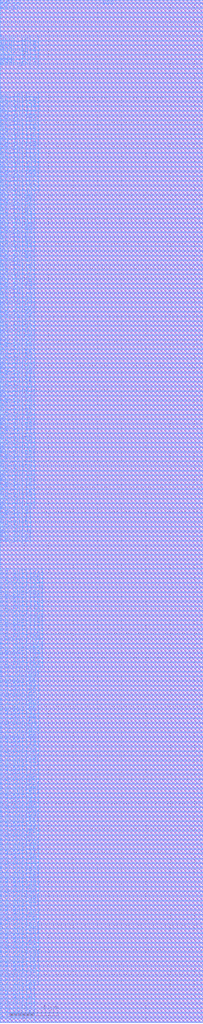
<source format=lef>
# Generated by FakeRAM 2.0
VERSION 5.7 ;
BUSBITCHARS "[]" ;
PROPERTYDEFINITIONS
  MACRO width INTEGER ;
  MACRO depth INTEGER ;
  MACRO banks INTEGER ;
END PROPERTYDEFINITIONS
MACRO fakeram_256x128_bottom
  PROPERTY width 128 ;
  PROPERTY depth 256 ;
  PROPERTY banks 1 ;
  FOREIGN fakeram_256x128_bottom 0 0 ;
  SYMMETRY X Y R90 ;
  SIZE 16.720 BY 84.000 ;
  CLASS BLOCK ;
  PIN rd_out[0]
    DIRECTION OUTPUT ;
    USE SIGNAL ;
    SHAPE ABUTMENT ;
    PORT
      LAYER M4 ;
      RECT 0.000 0.048 0.024 0.072 ;
    END
  END rd_out[0]
  PIN rd_out[1]
    DIRECTION OUTPUT ;
    USE SIGNAL ;
    SHAPE ABUTMENT ;
    PORT
      LAYER M4 ;
      RECT 0.000 0.336 0.024 0.360 ;
    END
  END rd_out[1]
  PIN rd_out[2]
    DIRECTION OUTPUT ;
    USE SIGNAL ;
    SHAPE ABUTMENT ;
    PORT
      LAYER M4 ;
      RECT 0.000 0.624 0.024 0.648 ;
    END
  END rd_out[2]
  PIN rd_out[3]
    DIRECTION OUTPUT ;
    USE SIGNAL ;
    SHAPE ABUTMENT ;
    PORT
      LAYER M4 ;
      RECT 0.000 0.912 0.024 0.936 ;
    END
  END rd_out[3]
  PIN rd_out[4]
    DIRECTION OUTPUT ;
    USE SIGNAL ;
    SHAPE ABUTMENT ;
    PORT
      LAYER M4 ;
      RECT 0.000 1.200 0.024 1.224 ;
    END
  END rd_out[4]
  PIN rd_out[5]
    DIRECTION OUTPUT ;
    USE SIGNAL ;
    SHAPE ABUTMENT ;
    PORT
      LAYER M4 ;
      RECT 0.000 1.488 0.024 1.512 ;
    END
  END rd_out[5]
  PIN rd_out[6]
    DIRECTION OUTPUT ;
    USE SIGNAL ;
    SHAPE ABUTMENT ;
    PORT
      LAYER M4 ;
      RECT 0.000 1.776 0.024 1.800 ;
    END
  END rd_out[6]
  PIN rd_out[7]
    DIRECTION OUTPUT ;
    USE SIGNAL ;
    SHAPE ABUTMENT ;
    PORT
      LAYER M4 ;
      RECT 0.000 2.064 0.024 2.088 ;
    END
  END rd_out[7]
  PIN rd_out[8]
    DIRECTION OUTPUT ;
    USE SIGNAL ;
    SHAPE ABUTMENT ;
    PORT
      LAYER M4 ;
      RECT 0.000 2.352 0.024 2.376 ;
    END
  END rd_out[8]
  PIN rd_out[9]
    DIRECTION OUTPUT ;
    USE SIGNAL ;
    SHAPE ABUTMENT ;
    PORT
      LAYER M4 ;
      RECT 0.000 2.640 0.024 2.664 ;
    END
  END rd_out[9]
  PIN rd_out[10]
    DIRECTION OUTPUT ;
    USE SIGNAL ;
    SHAPE ABUTMENT ;
    PORT
      LAYER M4 ;
      RECT 0.000 2.928 0.024 2.952 ;
    END
  END rd_out[10]
  PIN rd_out[11]
    DIRECTION OUTPUT ;
    USE SIGNAL ;
    SHAPE ABUTMENT ;
    PORT
      LAYER M4 ;
      RECT 0.000 3.216 0.024 3.240 ;
    END
  END rd_out[11]
  PIN rd_out[12]
    DIRECTION OUTPUT ;
    USE SIGNAL ;
    SHAPE ABUTMENT ;
    PORT
      LAYER M4 ;
      RECT 0.000 3.504 0.024 3.528 ;
    END
  END rd_out[12]
  PIN rd_out[13]
    DIRECTION OUTPUT ;
    USE SIGNAL ;
    SHAPE ABUTMENT ;
    PORT
      LAYER M4 ;
      RECT 0.000 3.792 0.024 3.816 ;
    END
  END rd_out[13]
  PIN rd_out[14]
    DIRECTION OUTPUT ;
    USE SIGNAL ;
    SHAPE ABUTMENT ;
    PORT
      LAYER M4 ;
      RECT 0.000 4.080 0.024 4.104 ;
    END
  END rd_out[14]
  PIN rd_out[15]
    DIRECTION OUTPUT ;
    USE SIGNAL ;
    SHAPE ABUTMENT ;
    PORT
      LAYER M4 ;
      RECT 0.000 4.368 0.024 4.392 ;
    END
  END rd_out[15]
  PIN rd_out[16]
    DIRECTION OUTPUT ;
    USE SIGNAL ;
    SHAPE ABUTMENT ;
    PORT
      LAYER M4 ;
      RECT 0.000 4.656 0.024 4.680 ;
    END
  END rd_out[16]
  PIN rd_out[17]
    DIRECTION OUTPUT ;
    USE SIGNAL ;
    SHAPE ABUTMENT ;
    PORT
      LAYER M4 ;
      RECT 0.000 4.944 0.024 4.968 ;
    END
  END rd_out[17]
  PIN rd_out[18]
    DIRECTION OUTPUT ;
    USE SIGNAL ;
    SHAPE ABUTMENT ;
    PORT
      LAYER M4 ;
      RECT 0.000 5.232 0.024 5.256 ;
    END
  END rd_out[18]
  PIN rd_out[19]
    DIRECTION OUTPUT ;
    USE SIGNAL ;
    SHAPE ABUTMENT ;
    PORT
      LAYER M4 ;
      RECT 0.000 5.520 0.024 5.544 ;
    END
  END rd_out[19]
  PIN rd_out[20]
    DIRECTION OUTPUT ;
    USE SIGNAL ;
    SHAPE ABUTMENT ;
    PORT
      LAYER M4 ;
      RECT 0.000 5.808 0.024 5.832 ;
    END
  END rd_out[20]
  PIN rd_out[21]
    DIRECTION OUTPUT ;
    USE SIGNAL ;
    SHAPE ABUTMENT ;
    PORT
      LAYER M4 ;
      RECT 0.000 6.096 0.024 6.120 ;
    END
  END rd_out[21]
  PIN rd_out[22]
    DIRECTION OUTPUT ;
    USE SIGNAL ;
    SHAPE ABUTMENT ;
    PORT
      LAYER M4 ;
      RECT 0.000 6.384 0.024 6.408 ;
    END
  END rd_out[22]
  PIN rd_out[23]
    DIRECTION OUTPUT ;
    USE SIGNAL ;
    SHAPE ABUTMENT ;
    PORT
      LAYER M4 ;
      RECT 0.000 6.672 0.024 6.696 ;
    END
  END rd_out[23]
  PIN rd_out[24]
    DIRECTION OUTPUT ;
    USE SIGNAL ;
    SHAPE ABUTMENT ;
    PORT
      LAYER M4 ;
      RECT 0.000 6.960 0.024 6.984 ;
    END
  END rd_out[24]
  PIN rd_out[25]
    DIRECTION OUTPUT ;
    USE SIGNAL ;
    SHAPE ABUTMENT ;
    PORT
      LAYER M4 ;
      RECT 0.000 7.248 0.024 7.272 ;
    END
  END rd_out[25]
  PIN rd_out[26]
    DIRECTION OUTPUT ;
    USE SIGNAL ;
    SHAPE ABUTMENT ;
    PORT
      LAYER M4 ;
      RECT 0.000 7.536 0.024 7.560 ;
    END
  END rd_out[26]
  PIN rd_out[27]
    DIRECTION OUTPUT ;
    USE SIGNAL ;
    SHAPE ABUTMENT ;
    PORT
      LAYER M4 ;
      RECT 0.000 7.824 0.024 7.848 ;
    END
  END rd_out[27]
  PIN rd_out[28]
    DIRECTION OUTPUT ;
    USE SIGNAL ;
    SHAPE ABUTMENT ;
    PORT
      LAYER M4 ;
      RECT 0.000 8.112 0.024 8.136 ;
    END
  END rd_out[28]
  PIN rd_out[29]
    DIRECTION OUTPUT ;
    USE SIGNAL ;
    SHAPE ABUTMENT ;
    PORT
      LAYER M4 ;
      RECT 0.000 8.400 0.024 8.424 ;
    END
  END rd_out[29]
  PIN rd_out[30]
    DIRECTION OUTPUT ;
    USE SIGNAL ;
    SHAPE ABUTMENT ;
    PORT
      LAYER M4 ;
      RECT 0.000 8.688 0.024 8.712 ;
    END
  END rd_out[30]
  PIN rd_out[31]
    DIRECTION OUTPUT ;
    USE SIGNAL ;
    SHAPE ABUTMENT ;
    PORT
      LAYER M4 ;
      RECT 0.000 8.976 0.024 9.000 ;
    END
  END rd_out[31]
  PIN rd_out[32]
    DIRECTION OUTPUT ;
    USE SIGNAL ;
    SHAPE ABUTMENT ;
    PORT
      LAYER M4 ;
      RECT 0.000 9.264 0.024 9.288 ;
    END
  END rd_out[32]
  PIN rd_out[33]
    DIRECTION OUTPUT ;
    USE SIGNAL ;
    SHAPE ABUTMENT ;
    PORT
      LAYER M4 ;
      RECT 0.000 9.552 0.024 9.576 ;
    END
  END rd_out[33]
  PIN rd_out[34]
    DIRECTION OUTPUT ;
    USE SIGNAL ;
    SHAPE ABUTMENT ;
    PORT
      LAYER M4 ;
      RECT 0.000 9.840 0.024 9.864 ;
    END
  END rd_out[34]
  PIN rd_out[35]
    DIRECTION OUTPUT ;
    USE SIGNAL ;
    SHAPE ABUTMENT ;
    PORT
      LAYER M4 ;
      RECT 0.000 10.128 0.024 10.152 ;
    END
  END rd_out[35]
  PIN rd_out[36]
    DIRECTION OUTPUT ;
    USE SIGNAL ;
    SHAPE ABUTMENT ;
    PORT
      LAYER M4 ;
      RECT 0.000 10.416 0.024 10.440 ;
    END
  END rd_out[36]
  PIN rd_out[37]
    DIRECTION OUTPUT ;
    USE SIGNAL ;
    SHAPE ABUTMENT ;
    PORT
      LAYER M4 ;
      RECT 0.000 10.704 0.024 10.728 ;
    END
  END rd_out[37]
  PIN rd_out[38]
    DIRECTION OUTPUT ;
    USE SIGNAL ;
    SHAPE ABUTMENT ;
    PORT
      LAYER M4 ;
      RECT 0.000 10.992 0.024 11.016 ;
    END
  END rd_out[38]
  PIN rd_out[39]
    DIRECTION OUTPUT ;
    USE SIGNAL ;
    SHAPE ABUTMENT ;
    PORT
      LAYER M4 ;
      RECT 0.000 11.280 0.024 11.304 ;
    END
  END rd_out[39]
  PIN rd_out[40]
    DIRECTION OUTPUT ;
    USE SIGNAL ;
    SHAPE ABUTMENT ;
    PORT
      LAYER M4 ;
      RECT 0.000 11.568 0.024 11.592 ;
    END
  END rd_out[40]
  PIN rd_out[41]
    DIRECTION OUTPUT ;
    USE SIGNAL ;
    SHAPE ABUTMENT ;
    PORT
      LAYER M4 ;
      RECT 0.000 11.856 0.024 11.880 ;
    END
  END rd_out[41]
  PIN rd_out[42]
    DIRECTION OUTPUT ;
    USE SIGNAL ;
    SHAPE ABUTMENT ;
    PORT
      LAYER M4 ;
      RECT 0.000 12.144 0.024 12.168 ;
    END
  END rd_out[42]
  PIN rd_out[43]
    DIRECTION OUTPUT ;
    USE SIGNAL ;
    SHAPE ABUTMENT ;
    PORT
      LAYER M4 ;
      RECT 0.000 12.432 0.024 12.456 ;
    END
  END rd_out[43]
  PIN rd_out[44]
    DIRECTION OUTPUT ;
    USE SIGNAL ;
    SHAPE ABUTMENT ;
    PORT
      LAYER M4 ;
      RECT 0.000 12.720 0.024 12.744 ;
    END
  END rd_out[44]
  PIN rd_out[45]
    DIRECTION OUTPUT ;
    USE SIGNAL ;
    SHAPE ABUTMENT ;
    PORT
      LAYER M4 ;
      RECT 0.000 13.008 0.024 13.032 ;
    END
  END rd_out[45]
  PIN rd_out[46]
    DIRECTION OUTPUT ;
    USE SIGNAL ;
    SHAPE ABUTMENT ;
    PORT
      LAYER M4 ;
      RECT 0.000 13.296 0.024 13.320 ;
    END
  END rd_out[46]
  PIN rd_out[47]
    DIRECTION OUTPUT ;
    USE SIGNAL ;
    SHAPE ABUTMENT ;
    PORT
      LAYER M4 ;
      RECT 0.000 13.584 0.024 13.608 ;
    END
  END rd_out[47]
  PIN rd_out[48]
    DIRECTION OUTPUT ;
    USE SIGNAL ;
    SHAPE ABUTMENT ;
    PORT
      LAYER M4 ;
      RECT 0.000 13.872 0.024 13.896 ;
    END
  END rd_out[48]
  PIN rd_out[49]
    DIRECTION OUTPUT ;
    USE SIGNAL ;
    SHAPE ABUTMENT ;
    PORT
      LAYER M4 ;
      RECT 0.000 14.160 0.024 14.184 ;
    END
  END rd_out[49]
  PIN rd_out[50]
    DIRECTION OUTPUT ;
    USE SIGNAL ;
    SHAPE ABUTMENT ;
    PORT
      LAYER M4 ;
      RECT 0.000 14.448 0.024 14.472 ;
    END
  END rd_out[50]
  PIN rd_out[51]
    DIRECTION OUTPUT ;
    USE SIGNAL ;
    SHAPE ABUTMENT ;
    PORT
      LAYER M4 ;
      RECT 0.000 14.736 0.024 14.760 ;
    END
  END rd_out[51]
  PIN rd_out[52]
    DIRECTION OUTPUT ;
    USE SIGNAL ;
    SHAPE ABUTMENT ;
    PORT
      LAYER M4 ;
      RECT 0.000 15.024 0.024 15.048 ;
    END
  END rd_out[52]
  PIN rd_out[53]
    DIRECTION OUTPUT ;
    USE SIGNAL ;
    SHAPE ABUTMENT ;
    PORT
      LAYER M4 ;
      RECT 0.000 15.312 0.024 15.336 ;
    END
  END rd_out[53]
  PIN rd_out[54]
    DIRECTION OUTPUT ;
    USE SIGNAL ;
    SHAPE ABUTMENT ;
    PORT
      LAYER M4 ;
      RECT 0.000 15.600 0.024 15.624 ;
    END
  END rd_out[54]
  PIN rd_out[55]
    DIRECTION OUTPUT ;
    USE SIGNAL ;
    SHAPE ABUTMENT ;
    PORT
      LAYER M4 ;
      RECT 0.000 15.888 0.024 15.912 ;
    END
  END rd_out[55]
  PIN rd_out[56]
    DIRECTION OUTPUT ;
    USE SIGNAL ;
    SHAPE ABUTMENT ;
    PORT
      LAYER M4 ;
      RECT 0.000 16.176 0.024 16.200 ;
    END
  END rd_out[56]
  PIN rd_out[57]
    DIRECTION OUTPUT ;
    USE SIGNAL ;
    SHAPE ABUTMENT ;
    PORT
      LAYER M4 ;
      RECT 0.000 16.464 0.024 16.488 ;
    END
  END rd_out[57]
  PIN rd_out[58]
    DIRECTION OUTPUT ;
    USE SIGNAL ;
    SHAPE ABUTMENT ;
    PORT
      LAYER M4 ;
      RECT 0.000 16.752 0.024 16.776 ;
    END
  END rd_out[58]
  PIN rd_out[59]
    DIRECTION OUTPUT ;
    USE SIGNAL ;
    SHAPE ABUTMENT ;
    PORT
      LAYER M4 ;
      RECT 0.000 17.040 0.024 17.064 ;
    END
  END rd_out[59]
  PIN rd_out[60]
    DIRECTION OUTPUT ;
    USE SIGNAL ;
    SHAPE ABUTMENT ;
    PORT
      LAYER M4 ;
      RECT 0.000 17.328 0.024 17.352 ;
    END
  END rd_out[60]
  PIN rd_out[61]
    DIRECTION OUTPUT ;
    USE SIGNAL ;
    SHAPE ABUTMENT ;
    PORT
      LAYER M4 ;
      RECT 0.000 17.616 0.024 17.640 ;
    END
  END rd_out[61]
  PIN rd_out[62]
    DIRECTION OUTPUT ;
    USE SIGNAL ;
    SHAPE ABUTMENT ;
    PORT
      LAYER M4 ;
      RECT 0.000 17.904 0.024 17.928 ;
    END
  END rd_out[62]
  PIN rd_out[63]
    DIRECTION OUTPUT ;
    USE SIGNAL ;
    SHAPE ABUTMENT ;
    PORT
      LAYER M4 ;
      RECT 0.000 18.192 0.024 18.216 ;
    END
  END rd_out[63]
  PIN rd_out[64]
    DIRECTION OUTPUT ;
    USE SIGNAL ;
    SHAPE ABUTMENT ;
    PORT
      LAYER M4 ;
      RECT 0.000 18.480 0.024 18.504 ;
    END
  END rd_out[64]
  PIN rd_out[65]
    DIRECTION OUTPUT ;
    USE SIGNAL ;
    SHAPE ABUTMENT ;
    PORT
      LAYER M4 ;
      RECT 0.000 18.768 0.024 18.792 ;
    END
  END rd_out[65]
  PIN rd_out[66]
    DIRECTION OUTPUT ;
    USE SIGNAL ;
    SHAPE ABUTMENT ;
    PORT
      LAYER M4 ;
      RECT 0.000 19.056 0.024 19.080 ;
    END
  END rd_out[66]
  PIN rd_out[67]
    DIRECTION OUTPUT ;
    USE SIGNAL ;
    SHAPE ABUTMENT ;
    PORT
      LAYER M4 ;
      RECT 0.000 19.344 0.024 19.368 ;
    END
  END rd_out[67]
  PIN rd_out[68]
    DIRECTION OUTPUT ;
    USE SIGNAL ;
    SHAPE ABUTMENT ;
    PORT
      LAYER M4 ;
      RECT 0.000 19.632 0.024 19.656 ;
    END
  END rd_out[68]
  PIN rd_out[69]
    DIRECTION OUTPUT ;
    USE SIGNAL ;
    SHAPE ABUTMENT ;
    PORT
      LAYER M4 ;
      RECT 0.000 19.920 0.024 19.944 ;
    END
  END rd_out[69]
  PIN rd_out[70]
    DIRECTION OUTPUT ;
    USE SIGNAL ;
    SHAPE ABUTMENT ;
    PORT
      LAYER M4 ;
      RECT 0.000 20.208 0.024 20.232 ;
    END
  END rd_out[70]
  PIN rd_out[71]
    DIRECTION OUTPUT ;
    USE SIGNAL ;
    SHAPE ABUTMENT ;
    PORT
      LAYER M4 ;
      RECT 0.000 20.496 0.024 20.520 ;
    END
  END rd_out[71]
  PIN rd_out[72]
    DIRECTION OUTPUT ;
    USE SIGNAL ;
    SHAPE ABUTMENT ;
    PORT
      LAYER M4 ;
      RECT 0.000 20.784 0.024 20.808 ;
    END
  END rd_out[72]
  PIN rd_out[73]
    DIRECTION OUTPUT ;
    USE SIGNAL ;
    SHAPE ABUTMENT ;
    PORT
      LAYER M4 ;
      RECT 0.000 21.072 0.024 21.096 ;
    END
  END rd_out[73]
  PIN rd_out[74]
    DIRECTION OUTPUT ;
    USE SIGNAL ;
    SHAPE ABUTMENT ;
    PORT
      LAYER M4 ;
      RECT 0.000 21.360 0.024 21.384 ;
    END
  END rd_out[74]
  PIN rd_out[75]
    DIRECTION OUTPUT ;
    USE SIGNAL ;
    SHAPE ABUTMENT ;
    PORT
      LAYER M4 ;
      RECT 0.000 21.648 0.024 21.672 ;
    END
  END rd_out[75]
  PIN rd_out[76]
    DIRECTION OUTPUT ;
    USE SIGNAL ;
    SHAPE ABUTMENT ;
    PORT
      LAYER M4 ;
      RECT 0.000 21.936 0.024 21.960 ;
    END
  END rd_out[76]
  PIN rd_out[77]
    DIRECTION OUTPUT ;
    USE SIGNAL ;
    SHAPE ABUTMENT ;
    PORT
      LAYER M4 ;
      RECT 0.000 22.224 0.024 22.248 ;
    END
  END rd_out[77]
  PIN rd_out[78]
    DIRECTION OUTPUT ;
    USE SIGNAL ;
    SHAPE ABUTMENT ;
    PORT
      LAYER M4 ;
      RECT 0.000 22.512 0.024 22.536 ;
    END
  END rd_out[78]
  PIN rd_out[79]
    DIRECTION OUTPUT ;
    USE SIGNAL ;
    SHAPE ABUTMENT ;
    PORT
      LAYER M4 ;
      RECT 0.000 22.800 0.024 22.824 ;
    END
  END rd_out[79]
  PIN rd_out[80]
    DIRECTION OUTPUT ;
    USE SIGNAL ;
    SHAPE ABUTMENT ;
    PORT
      LAYER M4 ;
      RECT 0.000 23.088 0.024 23.112 ;
    END
  END rd_out[80]
  PIN rd_out[81]
    DIRECTION OUTPUT ;
    USE SIGNAL ;
    SHAPE ABUTMENT ;
    PORT
      LAYER M4 ;
      RECT 0.000 23.376 0.024 23.400 ;
    END
  END rd_out[81]
  PIN rd_out[82]
    DIRECTION OUTPUT ;
    USE SIGNAL ;
    SHAPE ABUTMENT ;
    PORT
      LAYER M4 ;
      RECT 0.000 23.664 0.024 23.688 ;
    END
  END rd_out[82]
  PIN rd_out[83]
    DIRECTION OUTPUT ;
    USE SIGNAL ;
    SHAPE ABUTMENT ;
    PORT
      LAYER M4 ;
      RECT 0.000 23.952 0.024 23.976 ;
    END
  END rd_out[83]
  PIN rd_out[84]
    DIRECTION OUTPUT ;
    USE SIGNAL ;
    SHAPE ABUTMENT ;
    PORT
      LAYER M4 ;
      RECT 0.000 24.240 0.024 24.264 ;
    END
  END rd_out[84]
  PIN rd_out[85]
    DIRECTION OUTPUT ;
    USE SIGNAL ;
    SHAPE ABUTMENT ;
    PORT
      LAYER M4 ;
      RECT 0.000 24.528 0.024 24.552 ;
    END
  END rd_out[85]
  PIN rd_out[86]
    DIRECTION OUTPUT ;
    USE SIGNAL ;
    SHAPE ABUTMENT ;
    PORT
      LAYER M4 ;
      RECT 0.000 24.816 0.024 24.840 ;
    END
  END rd_out[86]
  PIN rd_out[87]
    DIRECTION OUTPUT ;
    USE SIGNAL ;
    SHAPE ABUTMENT ;
    PORT
      LAYER M4 ;
      RECT 0.000 25.104 0.024 25.128 ;
    END
  END rd_out[87]
  PIN rd_out[88]
    DIRECTION OUTPUT ;
    USE SIGNAL ;
    SHAPE ABUTMENT ;
    PORT
      LAYER M4 ;
      RECT 0.000 25.392 0.024 25.416 ;
    END
  END rd_out[88]
  PIN rd_out[89]
    DIRECTION OUTPUT ;
    USE SIGNAL ;
    SHAPE ABUTMENT ;
    PORT
      LAYER M4 ;
      RECT 0.000 25.680 0.024 25.704 ;
    END
  END rd_out[89]
  PIN rd_out[90]
    DIRECTION OUTPUT ;
    USE SIGNAL ;
    SHAPE ABUTMENT ;
    PORT
      LAYER M4 ;
      RECT 0.000 25.968 0.024 25.992 ;
    END
  END rd_out[90]
  PIN rd_out[91]
    DIRECTION OUTPUT ;
    USE SIGNAL ;
    SHAPE ABUTMENT ;
    PORT
      LAYER M4 ;
      RECT 0.000 26.256 0.024 26.280 ;
    END
  END rd_out[91]
  PIN rd_out[92]
    DIRECTION OUTPUT ;
    USE SIGNAL ;
    SHAPE ABUTMENT ;
    PORT
      LAYER M4 ;
      RECT 0.000 26.544 0.024 26.568 ;
    END
  END rd_out[92]
  PIN rd_out[93]
    DIRECTION OUTPUT ;
    USE SIGNAL ;
    SHAPE ABUTMENT ;
    PORT
      LAYER M4 ;
      RECT 0.000 26.832 0.024 26.856 ;
    END
  END rd_out[93]
  PIN rd_out[94]
    DIRECTION OUTPUT ;
    USE SIGNAL ;
    SHAPE ABUTMENT ;
    PORT
      LAYER M4 ;
      RECT 0.000 27.120 0.024 27.144 ;
    END
  END rd_out[94]
  PIN rd_out[95]
    DIRECTION OUTPUT ;
    USE SIGNAL ;
    SHAPE ABUTMENT ;
    PORT
      LAYER M4 ;
      RECT 0.000 27.408 0.024 27.432 ;
    END
  END rd_out[95]
  PIN rd_out[96]
    DIRECTION OUTPUT ;
    USE SIGNAL ;
    SHAPE ABUTMENT ;
    PORT
      LAYER M4 ;
      RECT 0.000 27.696 0.024 27.720 ;
    END
  END rd_out[96]
  PIN rd_out[97]
    DIRECTION OUTPUT ;
    USE SIGNAL ;
    SHAPE ABUTMENT ;
    PORT
      LAYER M4 ;
      RECT 0.000 27.984 0.024 28.008 ;
    END
  END rd_out[97]
  PIN rd_out[98]
    DIRECTION OUTPUT ;
    USE SIGNAL ;
    SHAPE ABUTMENT ;
    PORT
      LAYER M4 ;
      RECT 0.000 28.272 0.024 28.296 ;
    END
  END rd_out[98]
  PIN rd_out[99]
    DIRECTION OUTPUT ;
    USE SIGNAL ;
    SHAPE ABUTMENT ;
    PORT
      LAYER M4 ;
      RECT 0.000 28.560 0.024 28.584 ;
    END
  END rd_out[99]
  PIN rd_out[100]
    DIRECTION OUTPUT ;
    USE SIGNAL ;
    SHAPE ABUTMENT ;
    PORT
      LAYER M4 ;
      RECT 0.000 28.848 0.024 28.872 ;
    END
  END rd_out[100]
  PIN rd_out[101]
    DIRECTION OUTPUT ;
    USE SIGNAL ;
    SHAPE ABUTMENT ;
    PORT
      LAYER M4 ;
      RECT 0.000 29.136 0.024 29.160 ;
    END
  END rd_out[101]
  PIN rd_out[102]
    DIRECTION OUTPUT ;
    USE SIGNAL ;
    SHAPE ABUTMENT ;
    PORT
      LAYER M4 ;
      RECT 0.000 29.424 0.024 29.448 ;
    END
  END rd_out[102]
  PIN rd_out[103]
    DIRECTION OUTPUT ;
    USE SIGNAL ;
    SHAPE ABUTMENT ;
    PORT
      LAYER M4 ;
      RECT 0.000 29.712 0.024 29.736 ;
    END
  END rd_out[103]
  PIN rd_out[104]
    DIRECTION OUTPUT ;
    USE SIGNAL ;
    SHAPE ABUTMENT ;
    PORT
      LAYER M4 ;
      RECT 0.000 30.000 0.024 30.024 ;
    END
  END rd_out[104]
  PIN rd_out[105]
    DIRECTION OUTPUT ;
    USE SIGNAL ;
    SHAPE ABUTMENT ;
    PORT
      LAYER M4 ;
      RECT 0.000 30.288 0.024 30.312 ;
    END
  END rd_out[105]
  PIN rd_out[106]
    DIRECTION OUTPUT ;
    USE SIGNAL ;
    SHAPE ABUTMENT ;
    PORT
      LAYER M4 ;
      RECT 0.000 30.576 0.024 30.600 ;
    END
  END rd_out[106]
  PIN rd_out[107]
    DIRECTION OUTPUT ;
    USE SIGNAL ;
    SHAPE ABUTMENT ;
    PORT
      LAYER M4 ;
      RECT 0.000 30.864 0.024 30.888 ;
    END
  END rd_out[107]
  PIN rd_out[108]
    DIRECTION OUTPUT ;
    USE SIGNAL ;
    SHAPE ABUTMENT ;
    PORT
      LAYER M4 ;
      RECT 0.000 31.152 0.024 31.176 ;
    END
  END rd_out[108]
  PIN rd_out[109]
    DIRECTION OUTPUT ;
    USE SIGNAL ;
    SHAPE ABUTMENT ;
    PORT
      LAYER M4 ;
      RECT 0.000 31.440 0.024 31.464 ;
    END
  END rd_out[109]
  PIN rd_out[110]
    DIRECTION OUTPUT ;
    USE SIGNAL ;
    SHAPE ABUTMENT ;
    PORT
      LAYER M4 ;
      RECT 0.000 31.728 0.024 31.752 ;
    END
  END rd_out[110]
  PIN rd_out[111]
    DIRECTION OUTPUT ;
    USE SIGNAL ;
    SHAPE ABUTMENT ;
    PORT
      LAYER M4 ;
      RECT 0.000 32.016 0.024 32.040 ;
    END
  END rd_out[111]
  PIN rd_out[112]
    DIRECTION OUTPUT ;
    USE SIGNAL ;
    SHAPE ABUTMENT ;
    PORT
      LAYER M4 ;
      RECT 0.000 32.304 0.024 32.328 ;
    END
  END rd_out[112]
  PIN rd_out[113]
    DIRECTION OUTPUT ;
    USE SIGNAL ;
    SHAPE ABUTMENT ;
    PORT
      LAYER M4 ;
      RECT 0.000 32.592 0.024 32.616 ;
    END
  END rd_out[113]
  PIN rd_out[114]
    DIRECTION OUTPUT ;
    USE SIGNAL ;
    SHAPE ABUTMENT ;
    PORT
      LAYER M4 ;
      RECT 0.000 32.880 0.024 32.904 ;
    END
  END rd_out[114]
  PIN rd_out[115]
    DIRECTION OUTPUT ;
    USE SIGNAL ;
    SHAPE ABUTMENT ;
    PORT
      LAYER M4 ;
      RECT 0.000 33.168 0.024 33.192 ;
    END
  END rd_out[115]
  PIN rd_out[116]
    DIRECTION OUTPUT ;
    USE SIGNAL ;
    SHAPE ABUTMENT ;
    PORT
      LAYER M4 ;
      RECT 0.000 33.456 0.024 33.480 ;
    END
  END rd_out[116]
  PIN rd_out[117]
    DIRECTION OUTPUT ;
    USE SIGNAL ;
    SHAPE ABUTMENT ;
    PORT
      LAYER M4 ;
      RECT 0.000 33.744 0.024 33.768 ;
    END
  END rd_out[117]
  PIN rd_out[118]
    DIRECTION OUTPUT ;
    USE SIGNAL ;
    SHAPE ABUTMENT ;
    PORT
      LAYER M4 ;
      RECT 0.000 34.032 0.024 34.056 ;
    END
  END rd_out[118]
  PIN rd_out[119]
    DIRECTION OUTPUT ;
    USE SIGNAL ;
    SHAPE ABUTMENT ;
    PORT
      LAYER M4 ;
      RECT 0.000 34.320 0.024 34.344 ;
    END
  END rd_out[119]
  PIN rd_out[120]
    DIRECTION OUTPUT ;
    USE SIGNAL ;
    SHAPE ABUTMENT ;
    PORT
      LAYER M4 ;
      RECT 0.000 34.608 0.024 34.632 ;
    END
  END rd_out[120]
  PIN rd_out[121]
    DIRECTION OUTPUT ;
    USE SIGNAL ;
    SHAPE ABUTMENT ;
    PORT
      LAYER M4 ;
      RECT 0.000 34.896 0.024 34.920 ;
    END
  END rd_out[121]
  PIN rd_out[122]
    DIRECTION OUTPUT ;
    USE SIGNAL ;
    SHAPE ABUTMENT ;
    PORT
      LAYER M4 ;
      RECT 0.000 35.184 0.024 35.208 ;
    END
  END rd_out[122]
  PIN rd_out[123]
    DIRECTION OUTPUT ;
    USE SIGNAL ;
    SHAPE ABUTMENT ;
    PORT
      LAYER M4 ;
      RECT 0.000 35.472 0.024 35.496 ;
    END
  END rd_out[123]
  PIN rd_out[124]
    DIRECTION OUTPUT ;
    USE SIGNAL ;
    SHAPE ABUTMENT ;
    PORT
      LAYER M4 ;
      RECT 0.000 35.760 0.024 35.784 ;
    END
  END rd_out[124]
  PIN rd_out[125]
    DIRECTION OUTPUT ;
    USE SIGNAL ;
    SHAPE ABUTMENT ;
    PORT
      LAYER M4 ;
      RECT 0.000 36.048 0.024 36.072 ;
    END
  END rd_out[125]
  PIN rd_out[126]
    DIRECTION OUTPUT ;
    USE SIGNAL ;
    SHAPE ABUTMENT ;
    PORT
      LAYER M4 ;
      RECT 0.000 36.336 0.024 36.360 ;
    END
  END rd_out[126]
  PIN rd_out[127]
    DIRECTION OUTPUT ;
    USE SIGNAL ;
    SHAPE ABUTMENT ;
    PORT
      LAYER M4 ;
      RECT 0.000 36.624 0.024 36.648 ;
    END
  END rd_out[127]
  PIN wd_in[0]
    DIRECTION INPUT ;
    USE SIGNAL ;
    SHAPE ABUTMENT ;
    PORT
      LAYER M4 ;
      RECT 0.000 39.216 0.024 39.240 ;
    END
  END wd_in[0]
  PIN wd_in[1]
    DIRECTION INPUT ;
    USE SIGNAL ;
    SHAPE ABUTMENT ;
    PORT
      LAYER M4 ;
      RECT 0.000 39.504 0.024 39.528 ;
    END
  END wd_in[1]
  PIN wd_in[2]
    DIRECTION INPUT ;
    USE SIGNAL ;
    SHAPE ABUTMENT ;
    PORT
      LAYER M4 ;
      RECT 0.000 39.792 0.024 39.816 ;
    END
  END wd_in[2]
  PIN wd_in[3]
    DIRECTION INPUT ;
    USE SIGNAL ;
    SHAPE ABUTMENT ;
    PORT
      LAYER M4 ;
      RECT 0.000 40.080 0.024 40.104 ;
    END
  END wd_in[3]
  PIN wd_in[4]
    DIRECTION INPUT ;
    USE SIGNAL ;
    SHAPE ABUTMENT ;
    PORT
      LAYER M4 ;
      RECT 0.000 40.368 0.024 40.392 ;
    END
  END wd_in[4]
  PIN wd_in[5]
    DIRECTION INPUT ;
    USE SIGNAL ;
    SHAPE ABUTMENT ;
    PORT
      LAYER M4 ;
      RECT 0.000 40.656 0.024 40.680 ;
    END
  END wd_in[5]
  PIN wd_in[6]
    DIRECTION INPUT ;
    USE SIGNAL ;
    SHAPE ABUTMENT ;
    PORT
      LAYER M4 ;
      RECT 0.000 40.944 0.024 40.968 ;
    END
  END wd_in[6]
  PIN wd_in[7]
    DIRECTION INPUT ;
    USE SIGNAL ;
    SHAPE ABUTMENT ;
    PORT
      LAYER M4 ;
      RECT 0.000 41.232 0.024 41.256 ;
    END
  END wd_in[7]
  PIN wd_in[8]
    DIRECTION INPUT ;
    USE SIGNAL ;
    SHAPE ABUTMENT ;
    PORT
      LAYER M4 ;
      RECT 0.000 41.520 0.024 41.544 ;
    END
  END wd_in[8]
  PIN wd_in[9]
    DIRECTION INPUT ;
    USE SIGNAL ;
    SHAPE ABUTMENT ;
    PORT
      LAYER M4 ;
      RECT 0.000 41.808 0.024 41.832 ;
    END
  END wd_in[9]
  PIN wd_in[10]
    DIRECTION INPUT ;
    USE SIGNAL ;
    SHAPE ABUTMENT ;
    PORT
      LAYER M4 ;
      RECT 0.000 42.096 0.024 42.120 ;
    END
  END wd_in[10]
  PIN wd_in[11]
    DIRECTION INPUT ;
    USE SIGNAL ;
    SHAPE ABUTMENT ;
    PORT
      LAYER M4 ;
      RECT 0.000 42.384 0.024 42.408 ;
    END
  END wd_in[11]
  PIN wd_in[12]
    DIRECTION INPUT ;
    USE SIGNAL ;
    SHAPE ABUTMENT ;
    PORT
      LAYER M4 ;
      RECT 0.000 42.672 0.024 42.696 ;
    END
  END wd_in[12]
  PIN wd_in[13]
    DIRECTION INPUT ;
    USE SIGNAL ;
    SHAPE ABUTMENT ;
    PORT
      LAYER M4 ;
      RECT 0.000 42.960 0.024 42.984 ;
    END
  END wd_in[13]
  PIN wd_in[14]
    DIRECTION INPUT ;
    USE SIGNAL ;
    SHAPE ABUTMENT ;
    PORT
      LAYER M4 ;
      RECT 0.000 43.248 0.024 43.272 ;
    END
  END wd_in[14]
  PIN wd_in[15]
    DIRECTION INPUT ;
    USE SIGNAL ;
    SHAPE ABUTMENT ;
    PORT
      LAYER M4 ;
      RECT 0.000 43.536 0.024 43.560 ;
    END
  END wd_in[15]
  PIN wd_in[16]
    DIRECTION INPUT ;
    USE SIGNAL ;
    SHAPE ABUTMENT ;
    PORT
      LAYER M4 ;
      RECT 0.000 43.824 0.024 43.848 ;
    END
  END wd_in[16]
  PIN wd_in[17]
    DIRECTION INPUT ;
    USE SIGNAL ;
    SHAPE ABUTMENT ;
    PORT
      LAYER M4 ;
      RECT 0.000 44.112 0.024 44.136 ;
    END
  END wd_in[17]
  PIN wd_in[18]
    DIRECTION INPUT ;
    USE SIGNAL ;
    SHAPE ABUTMENT ;
    PORT
      LAYER M4 ;
      RECT 0.000 44.400 0.024 44.424 ;
    END
  END wd_in[18]
  PIN wd_in[19]
    DIRECTION INPUT ;
    USE SIGNAL ;
    SHAPE ABUTMENT ;
    PORT
      LAYER M4 ;
      RECT 0.000 44.688 0.024 44.712 ;
    END
  END wd_in[19]
  PIN wd_in[20]
    DIRECTION INPUT ;
    USE SIGNAL ;
    SHAPE ABUTMENT ;
    PORT
      LAYER M4 ;
      RECT 0.000 44.976 0.024 45.000 ;
    END
  END wd_in[20]
  PIN wd_in[21]
    DIRECTION INPUT ;
    USE SIGNAL ;
    SHAPE ABUTMENT ;
    PORT
      LAYER M4 ;
      RECT 0.000 45.264 0.024 45.288 ;
    END
  END wd_in[21]
  PIN wd_in[22]
    DIRECTION INPUT ;
    USE SIGNAL ;
    SHAPE ABUTMENT ;
    PORT
      LAYER M4 ;
      RECT 0.000 45.552 0.024 45.576 ;
    END
  END wd_in[22]
  PIN wd_in[23]
    DIRECTION INPUT ;
    USE SIGNAL ;
    SHAPE ABUTMENT ;
    PORT
      LAYER M4 ;
      RECT 0.000 45.840 0.024 45.864 ;
    END
  END wd_in[23]
  PIN wd_in[24]
    DIRECTION INPUT ;
    USE SIGNAL ;
    SHAPE ABUTMENT ;
    PORT
      LAYER M4 ;
      RECT 0.000 46.128 0.024 46.152 ;
    END
  END wd_in[24]
  PIN wd_in[25]
    DIRECTION INPUT ;
    USE SIGNAL ;
    SHAPE ABUTMENT ;
    PORT
      LAYER M4 ;
      RECT 0.000 46.416 0.024 46.440 ;
    END
  END wd_in[25]
  PIN wd_in[26]
    DIRECTION INPUT ;
    USE SIGNAL ;
    SHAPE ABUTMENT ;
    PORT
      LAYER M4 ;
      RECT 0.000 46.704 0.024 46.728 ;
    END
  END wd_in[26]
  PIN wd_in[27]
    DIRECTION INPUT ;
    USE SIGNAL ;
    SHAPE ABUTMENT ;
    PORT
      LAYER M4 ;
      RECT 0.000 46.992 0.024 47.016 ;
    END
  END wd_in[27]
  PIN wd_in[28]
    DIRECTION INPUT ;
    USE SIGNAL ;
    SHAPE ABUTMENT ;
    PORT
      LAYER M4 ;
      RECT 0.000 47.280 0.024 47.304 ;
    END
  END wd_in[28]
  PIN wd_in[29]
    DIRECTION INPUT ;
    USE SIGNAL ;
    SHAPE ABUTMENT ;
    PORT
      LAYER M4 ;
      RECT 0.000 47.568 0.024 47.592 ;
    END
  END wd_in[29]
  PIN wd_in[30]
    DIRECTION INPUT ;
    USE SIGNAL ;
    SHAPE ABUTMENT ;
    PORT
      LAYER M4 ;
      RECT 0.000 47.856 0.024 47.880 ;
    END
  END wd_in[30]
  PIN wd_in[31]
    DIRECTION INPUT ;
    USE SIGNAL ;
    SHAPE ABUTMENT ;
    PORT
      LAYER M4 ;
      RECT 0.000 48.144 0.024 48.168 ;
    END
  END wd_in[31]
  PIN wd_in[32]
    DIRECTION INPUT ;
    USE SIGNAL ;
    SHAPE ABUTMENT ;
    PORT
      LAYER M4 ;
      RECT 0.000 48.432 0.024 48.456 ;
    END
  END wd_in[32]
  PIN wd_in[33]
    DIRECTION INPUT ;
    USE SIGNAL ;
    SHAPE ABUTMENT ;
    PORT
      LAYER M4 ;
      RECT 0.000 48.720 0.024 48.744 ;
    END
  END wd_in[33]
  PIN wd_in[34]
    DIRECTION INPUT ;
    USE SIGNAL ;
    SHAPE ABUTMENT ;
    PORT
      LAYER M4 ;
      RECT 0.000 49.008 0.024 49.032 ;
    END
  END wd_in[34]
  PIN wd_in[35]
    DIRECTION INPUT ;
    USE SIGNAL ;
    SHAPE ABUTMENT ;
    PORT
      LAYER M4 ;
      RECT 0.000 49.296 0.024 49.320 ;
    END
  END wd_in[35]
  PIN wd_in[36]
    DIRECTION INPUT ;
    USE SIGNAL ;
    SHAPE ABUTMENT ;
    PORT
      LAYER M4 ;
      RECT 0.000 49.584 0.024 49.608 ;
    END
  END wd_in[36]
  PIN wd_in[37]
    DIRECTION INPUT ;
    USE SIGNAL ;
    SHAPE ABUTMENT ;
    PORT
      LAYER M4 ;
      RECT 0.000 49.872 0.024 49.896 ;
    END
  END wd_in[37]
  PIN wd_in[38]
    DIRECTION INPUT ;
    USE SIGNAL ;
    SHAPE ABUTMENT ;
    PORT
      LAYER M4 ;
      RECT 0.000 50.160 0.024 50.184 ;
    END
  END wd_in[38]
  PIN wd_in[39]
    DIRECTION INPUT ;
    USE SIGNAL ;
    SHAPE ABUTMENT ;
    PORT
      LAYER M4 ;
      RECT 0.000 50.448 0.024 50.472 ;
    END
  END wd_in[39]
  PIN wd_in[40]
    DIRECTION INPUT ;
    USE SIGNAL ;
    SHAPE ABUTMENT ;
    PORT
      LAYER M4 ;
      RECT 0.000 50.736 0.024 50.760 ;
    END
  END wd_in[40]
  PIN wd_in[41]
    DIRECTION INPUT ;
    USE SIGNAL ;
    SHAPE ABUTMENT ;
    PORT
      LAYER M4 ;
      RECT 0.000 51.024 0.024 51.048 ;
    END
  END wd_in[41]
  PIN wd_in[42]
    DIRECTION INPUT ;
    USE SIGNAL ;
    SHAPE ABUTMENT ;
    PORT
      LAYER M4 ;
      RECT 0.000 51.312 0.024 51.336 ;
    END
  END wd_in[42]
  PIN wd_in[43]
    DIRECTION INPUT ;
    USE SIGNAL ;
    SHAPE ABUTMENT ;
    PORT
      LAYER M4 ;
      RECT 0.000 51.600 0.024 51.624 ;
    END
  END wd_in[43]
  PIN wd_in[44]
    DIRECTION INPUT ;
    USE SIGNAL ;
    SHAPE ABUTMENT ;
    PORT
      LAYER M4 ;
      RECT 0.000 51.888 0.024 51.912 ;
    END
  END wd_in[44]
  PIN wd_in[45]
    DIRECTION INPUT ;
    USE SIGNAL ;
    SHAPE ABUTMENT ;
    PORT
      LAYER M4 ;
      RECT 0.000 52.176 0.024 52.200 ;
    END
  END wd_in[45]
  PIN wd_in[46]
    DIRECTION INPUT ;
    USE SIGNAL ;
    SHAPE ABUTMENT ;
    PORT
      LAYER M4 ;
      RECT 0.000 52.464 0.024 52.488 ;
    END
  END wd_in[46]
  PIN wd_in[47]
    DIRECTION INPUT ;
    USE SIGNAL ;
    SHAPE ABUTMENT ;
    PORT
      LAYER M4 ;
      RECT 0.000 52.752 0.024 52.776 ;
    END
  END wd_in[47]
  PIN wd_in[48]
    DIRECTION INPUT ;
    USE SIGNAL ;
    SHAPE ABUTMENT ;
    PORT
      LAYER M4 ;
      RECT 0.000 53.040 0.024 53.064 ;
    END
  END wd_in[48]
  PIN wd_in[49]
    DIRECTION INPUT ;
    USE SIGNAL ;
    SHAPE ABUTMENT ;
    PORT
      LAYER M4 ;
      RECT 0.000 53.328 0.024 53.352 ;
    END
  END wd_in[49]
  PIN wd_in[50]
    DIRECTION INPUT ;
    USE SIGNAL ;
    SHAPE ABUTMENT ;
    PORT
      LAYER M4 ;
      RECT 0.000 53.616 0.024 53.640 ;
    END
  END wd_in[50]
  PIN wd_in[51]
    DIRECTION INPUT ;
    USE SIGNAL ;
    SHAPE ABUTMENT ;
    PORT
      LAYER M4 ;
      RECT 0.000 53.904 0.024 53.928 ;
    END
  END wd_in[51]
  PIN wd_in[52]
    DIRECTION INPUT ;
    USE SIGNAL ;
    SHAPE ABUTMENT ;
    PORT
      LAYER M4 ;
      RECT 0.000 54.192 0.024 54.216 ;
    END
  END wd_in[52]
  PIN wd_in[53]
    DIRECTION INPUT ;
    USE SIGNAL ;
    SHAPE ABUTMENT ;
    PORT
      LAYER M4 ;
      RECT 0.000 54.480 0.024 54.504 ;
    END
  END wd_in[53]
  PIN wd_in[54]
    DIRECTION INPUT ;
    USE SIGNAL ;
    SHAPE ABUTMENT ;
    PORT
      LAYER M4 ;
      RECT 0.000 54.768 0.024 54.792 ;
    END
  END wd_in[54]
  PIN wd_in[55]
    DIRECTION INPUT ;
    USE SIGNAL ;
    SHAPE ABUTMENT ;
    PORT
      LAYER M4 ;
      RECT 0.000 55.056 0.024 55.080 ;
    END
  END wd_in[55]
  PIN wd_in[56]
    DIRECTION INPUT ;
    USE SIGNAL ;
    SHAPE ABUTMENT ;
    PORT
      LAYER M4 ;
      RECT 0.000 55.344 0.024 55.368 ;
    END
  END wd_in[56]
  PIN wd_in[57]
    DIRECTION INPUT ;
    USE SIGNAL ;
    SHAPE ABUTMENT ;
    PORT
      LAYER M4 ;
      RECT 0.000 55.632 0.024 55.656 ;
    END
  END wd_in[57]
  PIN wd_in[58]
    DIRECTION INPUT ;
    USE SIGNAL ;
    SHAPE ABUTMENT ;
    PORT
      LAYER M4 ;
      RECT 0.000 55.920 0.024 55.944 ;
    END
  END wd_in[58]
  PIN wd_in[59]
    DIRECTION INPUT ;
    USE SIGNAL ;
    SHAPE ABUTMENT ;
    PORT
      LAYER M4 ;
      RECT 0.000 56.208 0.024 56.232 ;
    END
  END wd_in[59]
  PIN wd_in[60]
    DIRECTION INPUT ;
    USE SIGNAL ;
    SHAPE ABUTMENT ;
    PORT
      LAYER M4 ;
      RECT 0.000 56.496 0.024 56.520 ;
    END
  END wd_in[60]
  PIN wd_in[61]
    DIRECTION INPUT ;
    USE SIGNAL ;
    SHAPE ABUTMENT ;
    PORT
      LAYER M4 ;
      RECT 0.000 56.784 0.024 56.808 ;
    END
  END wd_in[61]
  PIN wd_in[62]
    DIRECTION INPUT ;
    USE SIGNAL ;
    SHAPE ABUTMENT ;
    PORT
      LAYER M4 ;
      RECT 0.000 57.072 0.024 57.096 ;
    END
  END wd_in[62]
  PIN wd_in[63]
    DIRECTION INPUT ;
    USE SIGNAL ;
    SHAPE ABUTMENT ;
    PORT
      LAYER M4 ;
      RECT 0.000 57.360 0.024 57.384 ;
    END
  END wd_in[63]
  PIN wd_in[64]
    DIRECTION INPUT ;
    USE SIGNAL ;
    SHAPE ABUTMENT ;
    PORT
      LAYER M4 ;
      RECT 0.000 57.648 0.024 57.672 ;
    END
  END wd_in[64]
  PIN wd_in[65]
    DIRECTION INPUT ;
    USE SIGNAL ;
    SHAPE ABUTMENT ;
    PORT
      LAYER M4 ;
      RECT 0.000 57.936 0.024 57.960 ;
    END
  END wd_in[65]
  PIN wd_in[66]
    DIRECTION INPUT ;
    USE SIGNAL ;
    SHAPE ABUTMENT ;
    PORT
      LAYER M4 ;
      RECT 0.000 58.224 0.024 58.248 ;
    END
  END wd_in[66]
  PIN wd_in[67]
    DIRECTION INPUT ;
    USE SIGNAL ;
    SHAPE ABUTMENT ;
    PORT
      LAYER M4 ;
      RECT 0.000 58.512 0.024 58.536 ;
    END
  END wd_in[67]
  PIN wd_in[68]
    DIRECTION INPUT ;
    USE SIGNAL ;
    SHAPE ABUTMENT ;
    PORT
      LAYER M4 ;
      RECT 0.000 58.800 0.024 58.824 ;
    END
  END wd_in[68]
  PIN wd_in[69]
    DIRECTION INPUT ;
    USE SIGNAL ;
    SHAPE ABUTMENT ;
    PORT
      LAYER M4 ;
      RECT 0.000 59.088 0.024 59.112 ;
    END
  END wd_in[69]
  PIN wd_in[70]
    DIRECTION INPUT ;
    USE SIGNAL ;
    SHAPE ABUTMENT ;
    PORT
      LAYER M4 ;
      RECT 0.000 59.376 0.024 59.400 ;
    END
  END wd_in[70]
  PIN wd_in[71]
    DIRECTION INPUT ;
    USE SIGNAL ;
    SHAPE ABUTMENT ;
    PORT
      LAYER M4 ;
      RECT 0.000 59.664 0.024 59.688 ;
    END
  END wd_in[71]
  PIN wd_in[72]
    DIRECTION INPUT ;
    USE SIGNAL ;
    SHAPE ABUTMENT ;
    PORT
      LAYER M4 ;
      RECT 0.000 59.952 0.024 59.976 ;
    END
  END wd_in[72]
  PIN wd_in[73]
    DIRECTION INPUT ;
    USE SIGNAL ;
    SHAPE ABUTMENT ;
    PORT
      LAYER M4 ;
      RECT 0.000 60.240 0.024 60.264 ;
    END
  END wd_in[73]
  PIN wd_in[74]
    DIRECTION INPUT ;
    USE SIGNAL ;
    SHAPE ABUTMENT ;
    PORT
      LAYER M4 ;
      RECT 0.000 60.528 0.024 60.552 ;
    END
  END wd_in[74]
  PIN wd_in[75]
    DIRECTION INPUT ;
    USE SIGNAL ;
    SHAPE ABUTMENT ;
    PORT
      LAYER M4 ;
      RECT 0.000 60.816 0.024 60.840 ;
    END
  END wd_in[75]
  PIN wd_in[76]
    DIRECTION INPUT ;
    USE SIGNAL ;
    SHAPE ABUTMENT ;
    PORT
      LAYER M4 ;
      RECT 0.000 61.104 0.024 61.128 ;
    END
  END wd_in[76]
  PIN wd_in[77]
    DIRECTION INPUT ;
    USE SIGNAL ;
    SHAPE ABUTMENT ;
    PORT
      LAYER M4 ;
      RECT 0.000 61.392 0.024 61.416 ;
    END
  END wd_in[77]
  PIN wd_in[78]
    DIRECTION INPUT ;
    USE SIGNAL ;
    SHAPE ABUTMENT ;
    PORT
      LAYER M4 ;
      RECT 0.000 61.680 0.024 61.704 ;
    END
  END wd_in[78]
  PIN wd_in[79]
    DIRECTION INPUT ;
    USE SIGNAL ;
    SHAPE ABUTMENT ;
    PORT
      LAYER M4 ;
      RECT 0.000 61.968 0.024 61.992 ;
    END
  END wd_in[79]
  PIN wd_in[80]
    DIRECTION INPUT ;
    USE SIGNAL ;
    SHAPE ABUTMENT ;
    PORT
      LAYER M4 ;
      RECT 0.000 62.256 0.024 62.280 ;
    END
  END wd_in[80]
  PIN wd_in[81]
    DIRECTION INPUT ;
    USE SIGNAL ;
    SHAPE ABUTMENT ;
    PORT
      LAYER M4 ;
      RECT 0.000 62.544 0.024 62.568 ;
    END
  END wd_in[81]
  PIN wd_in[82]
    DIRECTION INPUT ;
    USE SIGNAL ;
    SHAPE ABUTMENT ;
    PORT
      LAYER M4 ;
      RECT 0.000 62.832 0.024 62.856 ;
    END
  END wd_in[82]
  PIN wd_in[83]
    DIRECTION INPUT ;
    USE SIGNAL ;
    SHAPE ABUTMENT ;
    PORT
      LAYER M4 ;
      RECT 0.000 63.120 0.024 63.144 ;
    END
  END wd_in[83]
  PIN wd_in[84]
    DIRECTION INPUT ;
    USE SIGNAL ;
    SHAPE ABUTMENT ;
    PORT
      LAYER M4 ;
      RECT 0.000 63.408 0.024 63.432 ;
    END
  END wd_in[84]
  PIN wd_in[85]
    DIRECTION INPUT ;
    USE SIGNAL ;
    SHAPE ABUTMENT ;
    PORT
      LAYER M4 ;
      RECT 0.000 63.696 0.024 63.720 ;
    END
  END wd_in[85]
  PIN wd_in[86]
    DIRECTION INPUT ;
    USE SIGNAL ;
    SHAPE ABUTMENT ;
    PORT
      LAYER M4 ;
      RECT 0.000 63.984 0.024 64.008 ;
    END
  END wd_in[86]
  PIN wd_in[87]
    DIRECTION INPUT ;
    USE SIGNAL ;
    SHAPE ABUTMENT ;
    PORT
      LAYER M4 ;
      RECT 0.000 64.272 0.024 64.296 ;
    END
  END wd_in[87]
  PIN wd_in[88]
    DIRECTION INPUT ;
    USE SIGNAL ;
    SHAPE ABUTMENT ;
    PORT
      LAYER M4 ;
      RECT 0.000 64.560 0.024 64.584 ;
    END
  END wd_in[88]
  PIN wd_in[89]
    DIRECTION INPUT ;
    USE SIGNAL ;
    SHAPE ABUTMENT ;
    PORT
      LAYER M4 ;
      RECT 0.000 64.848 0.024 64.872 ;
    END
  END wd_in[89]
  PIN wd_in[90]
    DIRECTION INPUT ;
    USE SIGNAL ;
    SHAPE ABUTMENT ;
    PORT
      LAYER M4 ;
      RECT 0.000 65.136 0.024 65.160 ;
    END
  END wd_in[90]
  PIN wd_in[91]
    DIRECTION INPUT ;
    USE SIGNAL ;
    SHAPE ABUTMENT ;
    PORT
      LAYER M4 ;
      RECT 0.000 65.424 0.024 65.448 ;
    END
  END wd_in[91]
  PIN wd_in[92]
    DIRECTION INPUT ;
    USE SIGNAL ;
    SHAPE ABUTMENT ;
    PORT
      LAYER M4 ;
      RECT 0.000 65.712 0.024 65.736 ;
    END
  END wd_in[92]
  PIN wd_in[93]
    DIRECTION INPUT ;
    USE SIGNAL ;
    SHAPE ABUTMENT ;
    PORT
      LAYER M4 ;
      RECT 0.000 66.000 0.024 66.024 ;
    END
  END wd_in[93]
  PIN wd_in[94]
    DIRECTION INPUT ;
    USE SIGNAL ;
    SHAPE ABUTMENT ;
    PORT
      LAYER M4 ;
      RECT 0.000 66.288 0.024 66.312 ;
    END
  END wd_in[94]
  PIN wd_in[95]
    DIRECTION INPUT ;
    USE SIGNAL ;
    SHAPE ABUTMENT ;
    PORT
      LAYER M4 ;
      RECT 0.000 66.576 0.024 66.600 ;
    END
  END wd_in[95]
  PIN wd_in[96]
    DIRECTION INPUT ;
    USE SIGNAL ;
    SHAPE ABUTMENT ;
    PORT
      LAYER M4 ;
      RECT 0.000 66.864 0.024 66.888 ;
    END
  END wd_in[96]
  PIN wd_in[97]
    DIRECTION INPUT ;
    USE SIGNAL ;
    SHAPE ABUTMENT ;
    PORT
      LAYER M4 ;
      RECT 0.000 67.152 0.024 67.176 ;
    END
  END wd_in[97]
  PIN wd_in[98]
    DIRECTION INPUT ;
    USE SIGNAL ;
    SHAPE ABUTMENT ;
    PORT
      LAYER M4 ;
      RECT 0.000 67.440 0.024 67.464 ;
    END
  END wd_in[98]
  PIN wd_in[99]
    DIRECTION INPUT ;
    USE SIGNAL ;
    SHAPE ABUTMENT ;
    PORT
      LAYER M4 ;
      RECT 0.000 67.728 0.024 67.752 ;
    END
  END wd_in[99]
  PIN wd_in[100]
    DIRECTION INPUT ;
    USE SIGNAL ;
    SHAPE ABUTMENT ;
    PORT
      LAYER M4 ;
      RECT 0.000 68.016 0.024 68.040 ;
    END
  END wd_in[100]
  PIN wd_in[101]
    DIRECTION INPUT ;
    USE SIGNAL ;
    SHAPE ABUTMENT ;
    PORT
      LAYER M4 ;
      RECT 0.000 68.304 0.024 68.328 ;
    END
  END wd_in[101]
  PIN wd_in[102]
    DIRECTION INPUT ;
    USE SIGNAL ;
    SHAPE ABUTMENT ;
    PORT
      LAYER M4 ;
      RECT 0.000 68.592 0.024 68.616 ;
    END
  END wd_in[102]
  PIN wd_in[103]
    DIRECTION INPUT ;
    USE SIGNAL ;
    SHAPE ABUTMENT ;
    PORT
      LAYER M4 ;
      RECT 0.000 68.880 0.024 68.904 ;
    END
  END wd_in[103]
  PIN wd_in[104]
    DIRECTION INPUT ;
    USE SIGNAL ;
    SHAPE ABUTMENT ;
    PORT
      LAYER M4 ;
      RECT 0.000 69.168 0.024 69.192 ;
    END
  END wd_in[104]
  PIN wd_in[105]
    DIRECTION INPUT ;
    USE SIGNAL ;
    SHAPE ABUTMENT ;
    PORT
      LAYER M4 ;
      RECT 0.000 69.456 0.024 69.480 ;
    END
  END wd_in[105]
  PIN wd_in[106]
    DIRECTION INPUT ;
    USE SIGNAL ;
    SHAPE ABUTMENT ;
    PORT
      LAYER M4 ;
      RECT 0.000 69.744 0.024 69.768 ;
    END
  END wd_in[106]
  PIN wd_in[107]
    DIRECTION INPUT ;
    USE SIGNAL ;
    SHAPE ABUTMENT ;
    PORT
      LAYER M4 ;
      RECT 0.000 70.032 0.024 70.056 ;
    END
  END wd_in[107]
  PIN wd_in[108]
    DIRECTION INPUT ;
    USE SIGNAL ;
    SHAPE ABUTMENT ;
    PORT
      LAYER M4 ;
      RECT 0.000 70.320 0.024 70.344 ;
    END
  END wd_in[108]
  PIN wd_in[109]
    DIRECTION INPUT ;
    USE SIGNAL ;
    SHAPE ABUTMENT ;
    PORT
      LAYER M4 ;
      RECT 0.000 70.608 0.024 70.632 ;
    END
  END wd_in[109]
  PIN wd_in[110]
    DIRECTION INPUT ;
    USE SIGNAL ;
    SHAPE ABUTMENT ;
    PORT
      LAYER M4 ;
      RECT 0.000 70.896 0.024 70.920 ;
    END
  END wd_in[110]
  PIN wd_in[111]
    DIRECTION INPUT ;
    USE SIGNAL ;
    SHAPE ABUTMENT ;
    PORT
      LAYER M4 ;
      RECT 0.000 71.184 0.024 71.208 ;
    END
  END wd_in[111]
  PIN wd_in[112]
    DIRECTION INPUT ;
    USE SIGNAL ;
    SHAPE ABUTMENT ;
    PORT
      LAYER M4 ;
      RECT 0.000 71.472 0.024 71.496 ;
    END
  END wd_in[112]
  PIN wd_in[113]
    DIRECTION INPUT ;
    USE SIGNAL ;
    SHAPE ABUTMENT ;
    PORT
      LAYER M4 ;
      RECT 0.000 71.760 0.024 71.784 ;
    END
  END wd_in[113]
  PIN wd_in[114]
    DIRECTION INPUT ;
    USE SIGNAL ;
    SHAPE ABUTMENT ;
    PORT
      LAYER M4 ;
      RECT 0.000 72.048 0.024 72.072 ;
    END
  END wd_in[114]
  PIN wd_in[115]
    DIRECTION INPUT ;
    USE SIGNAL ;
    SHAPE ABUTMENT ;
    PORT
      LAYER M4 ;
      RECT 0.000 72.336 0.024 72.360 ;
    END
  END wd_in[115]
  PIN wd_in[116]
    DIRECTION INPUT ;
    USE SIGNAL ;
    SHAPE ABUTMENT ;
    PORT
      LAYER M4 ;
      RECT 0.000 72.624 0.024 72.648 ;
    END
  END wd_in[116]
  PIN wd_in[117]
    DIRECTION INPUT ;
    USE SIGNAL ;
    SHAPE ABUTMENT ;
    PORT
      LAYER M4 ;
      RECT 0.000 72.912 0.024 72.936 ;
    END
  END wd_in[117]
  PIN wd_in[118]
    DIRECTION INPUT ;
    USE SIGNAL ;
    SHAPE ABUTMENT ;
    PORT
      LAYER M4 ;
      RECT 0.000 73.200 0.024 73.224 ;
    END
  END wd_in[118]
  PIN wd_in[119]
    DIRECTION INPUT ;
    USE SIGNAL ;
    SHAPE ABUTMENT ;
    PORT
      LAYER M4 ;
      RECT 0.000 73.488 0.024 73.512 ;
    END
  END wd_in[119]
  PIN wd_in[120]
    DIRECTION INPUT ;
    USE SIGNAL ;
    SHAPE ABUTMENT ;
    PORT
      LAYER M4 ;
      RECT 0.000 73.776 0.024 73.800 ;
    END
  END wd_in[120]
  PIN wd_in[121]
    DIRECTION INPUT ;
    USE SIGNAL ;
    SHAPE ABUTMENT ;
    PORT
      LAYER M4 ;
      RECT 0.000 74.064 0.024 74.088 ;
    END
  END wd_in[121]
  PIN wd_in[122]
    DIRECTION INPUT ;
    USE SIGNAL ;
    SHAPE ABUTMENT ;
    PORT
      LAYER M4 ;
      RECT 0.000 74.352 0.024 74.376 ;
    END
  END wd_in[122]
  PIN wd_in[123]
    DIRECTION INPUT ;
    USE SIGNAL ;
    SHAPE ABUTMENT ;
    PORT
      LAYER M4 ;
      RECT 0.000 74.640 0.024 74.664 ;
    END
  END wd_in[123]
  PIN wd_in[124]
    DIRECTION INPUT ;
    USE SIGNAL ;
    SHAPE ABUTMENT ;
    PORT
      LAYER M4 ;
      RECT 0.000 74.928 0.024 74.952 ;
    END
  END wd_in[124]
  PIN wd_in[125]
    DIRECTION INPUT ;
    USE SIGNAL ;
    SHAPE ABUTMENT ;
    PORT
      LAYER M4 ;
      RECT 0.000 75.216 0.024 75.240 ;
    END
  END wd_in[125]
  PIN wd_in[126]
    DIRECTION INPUT ;
    USE SIGNAL ;
    SHAPE ABUTMENT ;
    PORT
      LAYER M4 ;
      RECT 0.000 75.504 0.024 75.528 ;
    END
  END wd_in[126]
  PIN wd_in[127]
    DIRECTION INPUT ;
    USE SIGNAL ;
    SHAPE ABUTMENT ;
    PORT
      LAYER M4 ;
      RECT 0.000 75.792 0.024 75.816 ;
    END
  END wd_in[127]
  PIN addr_in[0]
    DIRECTION INPUT ;
    USE SIGNAL ;
    SHAPE ABUTMENT ;
    PORT
      LAYER M4 ;
      RECT 0.000 78.384 0.024 78.408 ;
    END
  END addr_in[0]
  PIN addr_in[1]
    DIRECTION INPUT ;
    USE SIGNAL ;
    SHAPE ABUTMENT ;
    PORT
      LAYER M4 ;
      RECT 0.000 78.672 0.024 78.696 ;
    END
  END addr_in[1]
  PIN addr_in[2]
    DIRECTION INPUT ;
    USE SIGNAL ;
    SHAPE ABUTMENT ;
    PORT
      LAYER M4 ;
      RECT 0.000 78.960 0.024 78.984 ;
    END
  END addr_in[2]
  PIN addr_in[3]
    DIRECTION INPUT ;
    USE SIGNAL ;
    SHAPE ABUTMENT ;
    PORT
      LAYER M4 ;
      RECT 0.000 79.248 0.024 79.272 ;
    END
  END addr_in[3]
  PIN addr_in[4]
    DIRECTION INPUT ;
    USE SIGNAL ;
    SHAPE ABUTMENT ;
    PORT
      LAYER M4 ;
      RECT 0.000 79.536 0.024 79.560 ;
    END
  END addr_in[4]
  PIN addr_in[5]
    DIRECTION INPUT ;
    USE SIGNAL ;
    SHAPE ABUTMENT ;
    PORT
      LAYER M4 ;
      RECT 0.000 79.824 0.024 79.848 ;
    END
  END addr_in[5]
  PIN addr_in[6]
    DIRECTION INPUT ;
    USE SIGNAL ;
    SHAPE ABUTMENT ;
    PORT
      LAYER M4 ;
      RECT 0.000 80.112 0.024 80.136 ;
    END
  END addr_in[6]
  PIN addr_in[7]
    DIRECTION INPUT ;
    USE SIGNAL ;
    SHAPE ABUTMENT ;
    PORT
      LAYER M4 ;
      RECT 0.000 80.400 0.024 80.424 ;
    END
  END addr_in[7]
  PIN we_in
    DIRECTION INPUT ;
    USE SIGNAL ;
    SHAPE ABUTMENT ;
    PORT
      LAYER M4 ;
      RECT 0.000 82.992 0.024 83.016 ;
    END
  END we_in
  PIN ce_in
    DIRECTION INPUT ;
    USE SIGNAL ;
    SHAPE ABUTMENT ;
    PORT
      LAYER M4 ;
      RECT 0.000 83.280 0.024 83.304 ;
    END
  END ce_in
  PIN clk
    DIRECTION INPUT ;
    USE SIGNAL ;
    SHAPE ABUTMENT ;
    PORT
      LAYER M4 ;
      RECT 0.000 83.568 0.024 83.592 ;
    END
  END clk
  PIN VSS
    DIRECTION INOUT ;
    USE GROUND ;
    PORT
      LAYER M4 ;
      RECT 0.048 0.000 16.672 0.096 ;
      RECT 0.048 0.768 16.672 0.864 ;
      RECT 0.048 1.536 16.672 1.632 ;
      RECT 0.048 2.304 16.672 2.400 ;
      RECT 0.048 3.072 16.672 3.168 ;
      RECT 0.048 3.840 16.672 3.936 ;
      RECT 0.048 4.608 16.672 4.704 ;
      RECT 0.048 5.376 16.672 5.472 ;
      RECT 0.048 6.144 16.672 6.240 ;
      RECT 0.048 6.912 16.672 7.008 ;
      RECT 0.048 7.680 16.672 7.776 ;
      RECT 0.048 8.448 16.672 8.544 ;
      RECT 0.048 9.216 16.672 9.312 ;
      RECT 0.048 9.984 16.672 10.080 ;
      RECT 0.048 10.752 16.672 10.848 ;
      RECT 0.048 11.520 16.672 11.616 ;
      RECT 0.048 12.288 16.672 12.384 ;
      RECT 0.048 13.056 16.672 13.152 ;
      RECT 0.048 13.824 16.672 13.920 ;
      RECT 0.048 14.592 16.672 14.688 ;
      RECT 0.048 15.360 16.672 15.456 ;
      RECT 0.048 16.128 16.672 16.224 ;
      RECT 0.048 16.896 16.672 16.992 ;
      RECT 0.048 17.664 16.672 17.760 ;
      RECT 0.048 18.432 16.672 18.528 ;
      RECT 0.048 19.200 16.672 19.296 ;
      RECT 0.048 19.968 16.672 20.064 ;
      RECT 0.048 20.736 16.672 20.832 ;
      RECT 0.048 21.504 16.672 21.600 ;
      RECT 0.048 22.272 16.672 22.368 ;
      RECT 0.048 23.040 16.672 23.136 ;
      RECT 0.048 23.808 16.672 23.904 ;
      RECT 0.048 24.576 16.672 24.672 ;
      RECT 0.048 25.344 16.672 25.440 ;
      RECT 0.048 26.112 16.672 26.208 ;
      RECT 0.048 26.880 16.672 26.976 ;
      RECT 0.048 27.648 16.672 27.744 ;
      RECT 0.048 28.416 16.672 28.512 ;
      RECT 0.048 29.184 16.672 29.280 ;
      RECT 0.048 29.952 16.672 30.048 ;
      RECT 0.048 30.720 16.672 30.816 ;
      RECT 0.048 31.488 16.672 31.584 ;
      RECT 0.048 32.256 16.672 32.352 ;
      RECT 0.048 33.024 16.672 33.120 ;
      RECT 0.048 33.792 16.672 33.888 ;
      RECT 0.048 34.560 16.672 34.656 ;
      RECT 0.048 35.328 16.672 35.424 ;
      RECT 0.048 36.096 16.672 36.192 ;
      RECT 0.048 36.864 16.672 36.960 ;
      RECT 0.048 37.632 16.672 37.728 ;
      RECT 0.048 38.400 16.672 38.496 ;
      RECT 0.048 39.168 16.672 39.264 ;
      RECT 0.048 39.936 16.672 40.032 ;
      RECT 0.048 40.704 16.672 40.800 ;
      RECT 0.048 41.472 16.672 41.568 ;
      RECT 0.048 42.240 16.672 42.336 ;
      RECT 0.048 43.008 16.672 43.104 ;
      RECT 0.048 43.776 16.672 43.872 ;
      RECT 0.048 44.544 16.672 44.640 ;
      RECT 0.048 45.312 16.672 45.408 ;
      RECT 0.048 46.080 16.672 46.176 ;
      RECT 0.048 46.848 16.672 46.944 ;
      RECT 0.048 47.616 16.672 47.712 ;
      RECT 0.048 48.384 16.672 48.480 ;
      RECT 0.048 49.152 16.672 49.248 ;
      RECT 0.048 49.920 16.672 50.016 ;
      RECT 0.048 50.688 16.672 50.784 ;
      RECT 0.048 51.456 16.672 51.552 ;
      RECT 0.048 52.224 16.672 52.320 ;
      RECT 0.048 52.992 16.672 53.088 ;
      RECT 0.048 53.760 16.672 53.856 ;
      RECT 0.048 54.528 16.672 54.624 ;
      RECT 0.048 55.296 16.672 55.392 ;
      RECT 0.048 56.064 16.672 56.160 ;
      RECT 0.048 56.832 16.672 56.928 ;
      RECT 0.048 57.600 16.672 57.696 ;
      RECT 0.048 58.368 16.672 58.464 ;
      RECT 0.048 59.136 16.672 59.232 ;
      RECT 0.048 59.904 16.672 60.000 ;
      RECT 0.048 60.672 16.672 60.768 ;
      RECT 0.048 61.440 16.672 61.536 ;
      RECT 0.048 62.208 16.672 62.304 ;
      RECT 0.048 62.976 16.672 63.072 ;
      RECT 0.048 63.744 16.672 63.840 ;
      RECT 0.048 64.512 16.672 64.608 ;
      RECT 0.048 65.280 16.672 65.376 ;
      RECT 0.048 66.048 16.672 66.144 ;
      RECT 0.048 66.816 16.672 66.912 ;
      RECT 0.048 67.584 16.672 67.680 ;
      RECT 0.048 68.352 16.672 68.448 ;
      RECT 0.048 69.120 16.672 69.216 ;
      RECT 0.048 69.888 16.672 69.984 ;
      RECT 0.048 70.656 16.672 70.752 ;
      RECT 0.048 71.424 16.672 71.520 ;
      RECT 0.048 72.192 16.672 72.288 ;
      RECT 0.048 72.960 16.672 73.056 ;
      RECT 0.048 73.728 16.672 73.824 ;
      RECT 0.048 74.496 16.672 74.592 ;
      RECT 0.048 75.264 16.672 75.360 ;
      RECT 0.048 76.032 16.672 76.128 ;
      RECT 0.048 76.800 16.672 76.896 ;
      RECT 0.048 77.568 16.672 77.664 ;
      RECT 0.048 78.336 16.672 78.432 ;
      RECT 0.048 79.104 16.672 79.200 ;
      RECT 0.048 79.872 16.672 79.968 ;
      RECT 0.048 80.640 16.672 80.736 ;
      RECT 0.048 81.408 16.672 81.504 ;
      RECT 0.048 82.176 16.672 82.272 ;
      RECT 0.048 82.944 16.672 83.040 ;
      RECT 0.048 83.712 16.672 83.808 ;
    END
  END VSS
  PIN VDD
    DIRECTION INOUT ;
    USE POWER ;
    PORT
      LAYER M4 ;
      RECT 0.048 0.384 16.672 0.480 ;
      RECT 0.048 1.152 16.672 1.248 ;
      RECT 0.048 1.920 16.672 2.016 ;
      RECT 0.048 2.688 16.672 2.784 ;
      RECT 0.048 3.456 16.672 3.552 ;
      RECT 0.048 4.224 16.672 4.320 ;
      RECT 0.048 4.992 16.672 5.088 ;
      RECT 0.048 5.760 16.672 5.856 ;
      RECT 0.048 6.528 16.672 6.624 ;
      RECT 0.048 7.296 16.672 7.392 ;
      RECT 0.048 8.064 16.672 8.160 ;
      RECT 0.048 8.832 16.672 8.928 ;
      RECT 0.048 9.600 16.672 9.696 ;
      RECT 0.048 10.368 16.672 10.464 ;
      RECT 0.048 11.136 16.672 11.232 ;
      RECT 0.048 11.904 16.672 12.000 ;
      RECT 0.048 12.672 16.672 12.768 ;
      RECT 0.048 13.440 16.672 13.536 ;
      RECT 0.048 14.208 16.672 14.304 ;
      RECT 0.048 14.976 16.672 15.072 ;
      RECT 0.048 15.744 16.672 15.840 ;
      RECT 0.048 16.512 16.672 16.608 ;
      RECT 0.048 17.280 16.672 17.376 ;
      RECT 0.048 18.048 16.672 18.144 ;
      RECT 0.048 18.816 16.672 18.912 ;
      RECT 0.048 19.584 16.672 19.680 ;
      RECT 0.048 20.352 16.672 20.448 ;
      RECT 0.048 21.120 16.672 21.216 ;
      RECT 0.048 21.888 16.672 21.984 ;
      RECT 0.048 22.656 16.672 22.752 ;
      RECT 0.048 23.424 16.672 23.520 ;
      RECT 0.048 24.192 16.672 24.288 ;
      RECT 0.048 24.960 16.672 25.056 ;
      RECT 0.048 25.728 16.672 25.824 ;
      RECT 0.048 26.496 16.672 26.592 ;
      RECT 0.048 27.264 16.672 27.360 ;
      RECT 0.048 28.032 16.672 28.128 ;
      RECT 0.048 28.800 16.672 28.896 ;
      RECT 0.048 29.568 16.672 29.664 ;
      RECT 0.048 30.336 16.672 30.432 ;
      RECT 0.048 31.104 16.672 31.200 ;
      RECT 0.048 31.872 16.672 31.968 ;
      RECT 0.048 32.640 16.672 32.736 ;
      RECT 0.048 33.408 16.672 33.504 ;
      RECT 0.048 34.176 16.672 34.272 ;
      RECT 0.048 34.944 16.672 35.040 ;
      RECT 0.048 35.712 16.672 35.808 ;
      RECT 0.048 36.480 16.672 36.576 ;
      RECT 0.048 37.248 16.672 37.344 ;
      RECT 0.048 38.016 16.672 38.112 ;
      RECT 0.048 38.784 16.672 38.880 ;
      RECT 0.048 39.552 16.672 39.648 ;
      RECT 0.048 40.320 16.672 40.416 ;
      RECT 0.048 41.088 16.672 41.184 ;
      RECT 0.048 41.856 16.672 41.952 ;
      RECT 0.048 42.624 16.672 42.720 ;
      RECT 0.048 43.392 16.672 43.488 ;
      RECT 0.048 44.160 16.672 44.256 ;
      RECT 0.048 44.928 16.672 45.024 ;
      RECT 0.048 45.696 16.672 45.792 ;
      RECT 0.048 46.464 16.672 46.560 ;
      RECT 0.048 47.232 16.672 47.328 ;
      RECT 0.048 48.000 16.672 48.096 ;
      RECT 0.048 48.768 16.672 48.864 ;
      RECT 0.048 49.536 16.672 49.632 ;
      RECT 0.048 50.304 16.672 50.400 ;
      RECT 0.048 51.072 16.672 51.168 ;
      RECT 0.048 51.840 16.672 51.936 ;
      RECT 0.048 52.608 16.672 52.704 ;
      RECT 0.048 53.376 16.672 53.472 ;
      RECT 0.048 54.144 16.672 54.240 ;
      RECT 0.048 54.912 16.672 55.008 ;
      RECT 0.048 55.680 16.672 55.776 ;
      RECT 0.048 56.448 16.672 56.544 ;
      RECT 0.048 57.216 16.672 57.312 ;
      RECT 0.048 57.984 16.672 58.080 ;
      RECT 0.048 58.752 16.672 58.848 ;
      RECT 0.048 59.520 16.672 59.616 ;
      RECT 0.048 60.288 16.672 60.384 ;
      RECT 0.048 61.056 16.672 61.152 ;
      RECT 0.048 61.824 16.672 61.920 ;
      RECT 0.048 62.592 16.672 62.688 ;
      RECT 0.048 63.360 16.672 63.456 ;
      RECT 0.048 64.128 16.672 64.224 ;
      RECT 0.048 64.896 16.672 64.992 ;
      RECT 0.048 65.664 16.672 65.760 ;
      RECT 0.048 66.432 16.672 66.528 ;
      RECT 0.048 67.200 16.672 67.296 ;
      RECT 0.048 67.968 16.672 68.064 ;
      RECT 0.048 68.736 16.672 68.832 ;
      RECT 0.048 69.504 16.672 69.600 ;
      RECT 0.048 70.272 16.672 70.368 ;
      RECT 0.048 71.040 16.672 71.136 ;
      RECT 0.048 71.808 16.672 71.904 ;
      RECT 0.048 72.576 16.672 72.672 ;
      RECT 0.048 73.344 16.672 73.440 ;
      RECT 0.048 74.112 16.672 74.208 ;
      RECT 0.048 74.880 16.672 74.976 ;
      RECT 0.048 75.648 16.672 75.744 ;
      RECT 0.048 76.416 16.672 76.512 ;
      RECT 0.048 77.184 16.672 77.280 ;
      RECT 0.048 77.952 16.672 78.048 ;
      RECT 0.048 78.720 16.672 78.816 ;
      RECT 0.048 79.488 16.672 79.584 ;
      RECT 0.048 80.256 16.672 80.352 ;
      RECT 0.048 81.024 16.672 81.120 ;
      RECT 0.048 81.792 16.672 81.888 ;
      RECT 0.048 82.560 16.672 82.656 ;
      RECT 0.048 83.328 16.672 83.424 ;
    END
  END VDD
  OBS
    LAYER M1 ;
    RECT 0 0 16.720 84.000 ;
    LAYER M2 ;
    RECT 0 0 16.720 84.000 ;
    LAYER M3 ;
    RECT 0 0 16.720 84.000 ;
    LAYER M4 ;
    RECT 0 0 16.720 84.000 ;
  END
END fakeram_256x128_bottom

END LIBRARY

</source>
